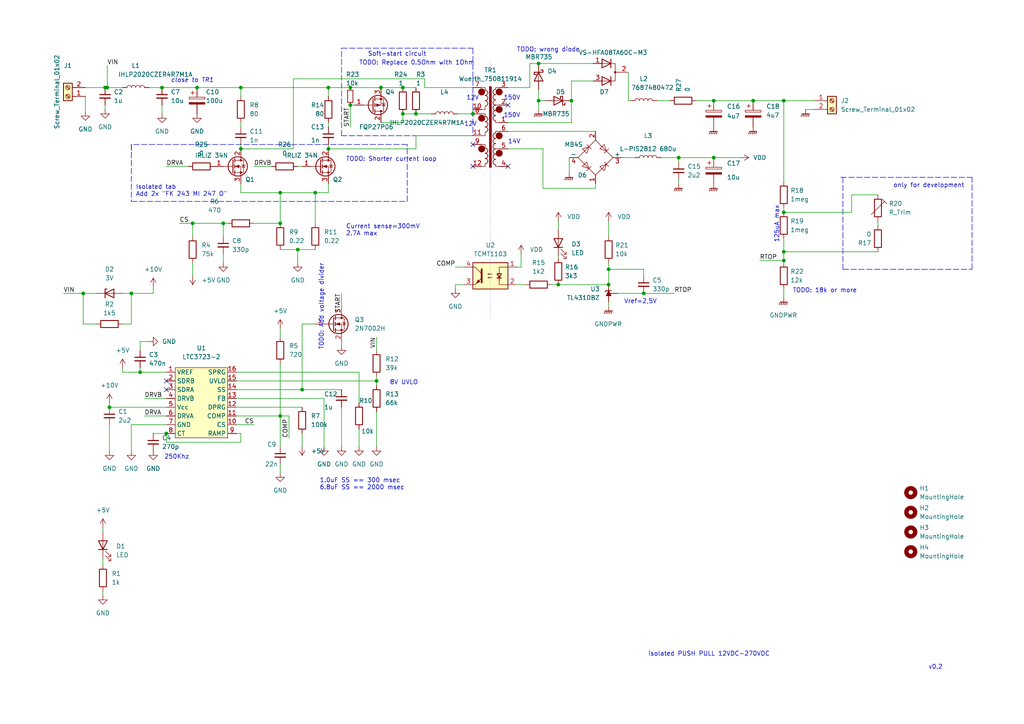
<source format=kicad_sch>
(kicad_sch (version 20211123) (generator eeschema)
  (paper "A4")
  (lib_symbols
    (symbol "750811914:Wuerth_750811914" (pin_names (offset 0))
      (property "Reference" "TR" (at 0 13.97 0))
      (property "Value" "Wuerth_750811914" (at 0 -11.43 0))
      (symbol "Wuerth_750811914_1_1"
        (pin passive line (at -5.08 2.54 0) (length 2.54) (name "~") (number "1"))
        (pin passive line (at 5.08 6.35 180) (length 2.54) (name "~") (number "10"))
        (pin passive line (at 5.08 -1.27 180) (length 2.54) (name "~") (number "11"))
        (pin passive line (at 5.08 -10.16 180) (length 2.54) (name "~") (number "12"))
        (pin passive line (at -5.08 7.62 0) (length 2.54) (name "~") (number "2"))
        (pin passive line (at -5.08 12.7 0) (length 2.54) (name "~") (number "3"))
        (pin passive line (at -5.08 -10.16 0) (length 2.54) (name "~") (number "4"))
        (pin passive line (at -5.08 -5.08 0) (length 2.54) (name "~") (number "5"))
        (pin passive line (at -5.08 0 0) (length 2.54) (name "~") (number "6"))
        (pin passive line (at 5.08 12.7 180) (length 2.54) (name "~") (number "7"))
        (pin passive line (at 5.08 5.08 180) (length 2.54) (name "~") (number "8"))
        (pin passive line (at 5.08 -3.81 180) (length 2.54) (name "~") (number "9"))
      )
    )
    (symbol "Connector:Screw_Terminal_01x02" (pin_names (offset 1.016) hide)
      (property "Reference" "J" (at 0 2.54 0))
      (property "Value" "Screw_Terminal_01x02" (at 0 -5.08 0))
      (symbol "Screw_Terminal_01x02_1_1"
        (pin passive line (at -5.08 0 0) (length 3.81) (name "Pin_1") (number "1"))
        (pin passive line (at -5.08 -2.54 0) (length 3.81) (name "Pin_2") (number "2"))
      )
    )
    (symbol "Device:C_Polarized" (pin_numbers hide) (pin_names (offset 0.254))
      (property "Reference" "C" (at 0.635 2.54 0))
      (property "Value" "C_Polarized" (at 0.635 -2.54 0))
      (symbol "C_Polarized_1_1"
        (pin passive line (at 0 3.81 270) (length 2.794) (name "~") (number "1"))
        (pin passive line (at 0 -3.81 90) (length 2.794) (name "~") (number "2"))
      )
    )
    (symbol "Device:C_Small" (pin_numbers hide) (pin_names (offset 0.254) hide)
      (property "Reference" "C" (at 0.254 1.778 0))
      (property "Value" "C_Small" (at 0.254 -2.032 0))
      (symbol "C_Small_1_1"
        (pin passive line (at 0 2.54 270) (length 2.032) (name "~") (number "1"))
        (pin passive line (at 0 -2.54 90) (length 2.032) (name "~") (number "2"))
      )
    )
    (symbol "Device:D_Dual_CommonCathode_AKA_Parallel" (pin_names (offset 0.762) hide)
      (property "Reference" "D" (at 0 5.08 0))
      (property "Value" "D_Dual_CommonCathode_AKA_Parallel" (at 0 -5.08 0))
      (symbol "D_Dual_CommonCathode_AKA_Parallel_0_1"
        (pin passive line (at -5.08 2.54 0) (length 2.54) (name "K") (number "1"))
        (pin passive line (at 5.08 0 180) (length 2.54) (name "A") (number "2"))
        (pin passive line (at -5.08 -2.54 0) (length 2.54) (name "K") (number "3"))
      )
    )
    (symbol "Device:D_Zener" (pin_numbers hide) (pin_names (offset 1.016) hide)
      (property "Reference" "D" (at 0 2.54 0))
      (property "Value" "D_Zener" (at 0 -2.54 0))
      (symbol "D_Zener_1_1"
        (pin passive line (at -3.81 0 0) (length 2.54) (name "K") (number "1"))
        (pin passive line (at 3.81 0 180) (length 2.54) (name "A") (number "2"))
      )
    )
    (symbol "Device:L" (pin_numbers hide) (pin_names (offset 1.016) hide)
      (property "Reference" "L" (at -1.27 0 90))
      (property "Value" "L" (at 1.905 0 90))
      (symbol "L_1_1"
        (pin passive line (at 0 3.81 270) (length 1.27) (name "1") (number "1"))
        (pin passive line (at 0 -3.81 90) (length 1.27) (name "2") (number "2"))
      )
    )
    (symbol "Device:LED" (pin_numbers hide) (pin_names (offset 1.016) hide)
      (property "Reference" "D" (at 0 2.54 0))
      (property "Value" "LED" (at 0 -2.54 0))
      (symbol "LED_1_1"
        (pin passive line (at -3.81 0 0) (length 2.54) (name "K") (number "1"))
        (pin passive line (at 3.81 0 180) (length 2.54) (name "A") (number "2"))
      )
    )
    (symbol "Device:R" (pin_numbers hide) (pin_names (offset 0))
      (property "Reference" "R" (at 2.032 0 90))
      (property "Value" "R" (at 0 0 90))
      (symbol "R_1_1"
        (pin passive line (at 0 3.81 270) (length 1.27) (name "~") (number "1"))
        (pin passive line (at 0 -3.81 90) (length 1.27) (name "~") (number "2"))
      )
    )
    (symbol "Device:R_Small" (pin_numbers hide) (pin_names (offset 0.254) hide)
      (property "Reference" "R" (at 0.762 0.508 0))
      (property "Value" "R_Small" (at 0.762 -1.016 0))
      (symbol "R_Small_1_1"
        (pin passive line (at 0 2.54 270) (length 0.762) (name "~") (number "1"))
        (pin passive line (at 0 -2.54 90) (length 0.762) (name "~") (number "2"))
      )
    )
    (symbol "Device:R_Trim" (pin_numbers hide) (pin_names (offset 0))
      (property "Reference" "R" (at 2.54 -2.54 90))
      (property "Value" "R_Trim" (at -2.54 -0.635 90))
      (symbol "R_Trim_1_1"
        (pin passive line (at 0 3.81 270) (length 1.27) (name "~") (number "1"))
        (pin passive line (at 0 -3.81 90) (length 1.27) (name "~") (number "2"))
      )
    )
    (symbol "Diode:MBR735" (pin_numbers hide) (pin_names (offset 1.016) hide)
      (property "Reference" "D" (at 0 2.54 0))
      (property "Value" "MBR735" (at 0 -2.54 0))
      (symbol "MBR735_1_1"
        (pin passive line (at -3.81 0 0) (length 2.54) (name "K") (number "1"))
        (pin passive line (at 3.81 0 180) (length 2.54) (name "A") (number "2"))
      )
    )
    (symbol "Diode_Bridge:MB4S" (pin_names (offset 0))
      (property "Reference" "D" (at 2.54 6.985 0))
      (property "Value" "MB4S" (at 2.54 5.08 0))
      (symbol "MB4S_1_1"
        (pin passive line (at 0 -7.62 90) (length 2.54) (name "~") (number "1"))
        (pin passive line (at 0 7.62 270) (length 2.54) (name "~") (number "2"))
        (pin passive line (at 7.62 0 180) (length 2.54) (name "+") (number "3"))
        (pin passive line (at -7.62 0 0) (length 2.54) (name "-") (number "4"))
      )
    )
    (symbol "Isolator:TCMT1104" (pin_names (offset 1.016))
      (property "Reference" "U" (at 0 5.08 0))
      (property "Value" "TCMT1104" (at 0 -5.08 0))
      (symbol "TCMT1104_1_1"
        (pin passive line (at -7.62 2.54 0) (length 2.54) (name "~") (number "1"))
        (pin passive line (at -7.62 -2.54 0) (length 2.54) (name "~") (number "2"))
        (pin passive line (at 7.62 -2.54 180) (length 2.54) (name "~") (number "3"))
        (pin passive line (at 7.62 2.54 180) (length 2.54) (name "~") (number "4"))
      )
    )
    (symbol "LTC3723:LTC3723-2"
      (property "Reference" "U" (at 0 0 0))
      (property "Value" "LTC3723-2" (at 0 22.86 0))
      (symbol "LTC3723-2_1_1"
        (pin input line (at -10.16 20.32 0) (length 2.54) (name "VREF") (number "1"))
        (pin input line (at 10.16 5.08 180) (length 2.54) (name "CS") (number "10"))
        (pin input line (at 10.16 7.62 180) (length 2.54) (name "COMP") (number "11"))
        (pin input line (at 10.16 10.16 180) (length 2.54) (name "DPRG") (number "12"))
        (pin input line (at 10.16 12.7 180) (length 2.54) (name "FB") (number "13"))
        (pin input line (at 10.16 15.24 180) (length 2.54) (name "SS") (number "14"))
        (pin input line (at 10.16 17.78 180) (length 2.54) (name "UVLO") (number "15"))
        (pin input line (at 10.16 20.32 180) (length 2.54) (name "SPRG") (number "16"))
        (pin output line (at -10.16 17.78 0) (length 2.54) (name "SDRB") (number "2"))
        (pin output line (at -10.16 15.24 0) (length 2.54) (name "SDRA") (number "3"))
        (pin output line (at -10.16 12.7 0) (length 2.54) (name "DRVB") (number "4"))
        (pin power_in line (at -10.16 10.16 0) (length 2.54) (name "Vcc") (number "5"))
        (pin output line (at -10.16 7.62 0) (length 2.54) (name "DRVA") (number "6"))
        (pin power_in line (at -10.16 5.08 0) (length 2.54) (name "GND") (number "7"))
        (pin bidirectional line (at -10.16 2.54 0) (length 2.54) (name "CT") (number "8"))
        (pin input line (at 10.16 2.54 180) (length 2.54) (name "RAMP") (number "9"))
      )
    )
    (symbol "Mechanical:MountingHole" (pin_names (offset 1.016))
      (property "Reference" "H" (at 0 5.08 0))
      (property "Value" "MountingHole" (at 0 3.175 0))
    )
    (symbol "Reference_Voltage:TL431DBZ" (pin_numbers hide) (pin_names hide)
      (property "Reference" "U" (at -2.54 2.54 0))
      (property "Value" "TL431DBZ" (at 0 -2.54 0))
      (symbol "TL431DBZ_1_1"
        (pin passive line (at 2.54 0 180) (length 2.54) (name "K") (number "1"))
        (pin passive line (at 0 2.54 270) (length 2.54) (name "REF") (number "2"))
        (pin passive line (at -2.54 0 0) (length 2.54) (name "A") (number "3"))
      )
    )
    (symbol "Transistor_FET:2N7002H" (pin_names hide)
      (property "Reference" "Q" (at 5.08 1.905 0))
      (property "Value" "2N7002H" (at 5.08 0 0))
      (symbol "2N7002H_1_1"
        (pin input line (at -5.08 0 0) (length 2.54) (name "G") (number "1"))
        (pin passive line (at 2.54 -5.08 90) (length 2.54) (name "S") (number "2"))
        (pin passive line (at 2.54 5.08 270) (length 2.54) (name "D") (number "3"))
      )
    )
    (symbol "Transistor_FET:FQP27P06" (pin_names hide)
      (property "Reference" "Q" (at 5.08 1.905 0))
      (property "Value" "FQP27P06" (at 5.08 0 0))
      (symbol "FQP27P06_1_1"
        (pin input line (at -5.08 0 0) (length 2.54) (name "G") (number "1"))
        (pin passive line (at 2.54 5.08 270) (length 2.54) (name "D") (number "2"))
        (pin passive line (at 2.54 -5.08 90) (length 2.54) (name "S") (number "3"))
      )
    )
    (symbol "Transistor_FET:IRF3205" (pin_names hide)
      (property "Reference" "Q" (at 6.35 1.905 0))
      (property "Value" "IRF3205" (at 6.35 0 0))
      (symbol "IRF3205_1_1"
        (pin input line (at -5.08 0 0) (length 2.54) (name "G") (number "1"))
        (pin passive line (at 2.54 5.08 270) (length 2.54) (name "D") (number "2"))
        (pin passive line (at 2.54 -5.08 90) (length 2.54) (name "S") (number "3"))
      )
    )
    (symbol "power:+10V" (power) (pin_names (offset 0))
      (property "Value" "+10V" (at 0 3.556 0))
      (symbol "+10V_1_1"
        (pin power_in line (at 0 0 90) (length 0) hide (name "+10V") (number "1"))
      )
    )
    (symbol "power:+5V" (power) (pin_names (offset 0))
      (property "Value" "+5V" (at 0 3.556 0))
      (symbol "+5V_1_1"
        (pin power_in line (at 0 0 90) (length 0) hide (name "+5V") (number "1"))
      )
    )
    (symbol "power:GND" (power) (pin_names (offset 0))
      (property "Value" "GND" (at 0 -3.81 0))
      (symbol "GND_1_1"
        (pin power_in line (at 0 0 270) (length 0) hide (name "GND") (number "1"))
      )
    )
    (symbol "power:GNDPWR" (power) (pin_names (offset 0))
      (property "Value" "GNDPWR" (at 0 -3.302 0))
      (symbol "GNDPWR_1_1"
        (pin power_in line (at 0 0 270) (length 0) hide (name "GNDPWR") (number "1"))
      )
    )
    (symbol "power:VDD" (power) (pin_names (offset 0))
      (property "Value" "VDD" (at 0 3.81 0))
      (symbol "VDD_1_1"
        (pin power_in line (at 0 0 90) (length 0) hide (name "VDD") (number "1"))
      )
    )
  )
  (junction (at 176.53 82.55))
  (junction (at 176.53 78.105))
  (junction (at 86.36 72.39))
  (junction (at 95.25 43.18))
  (junction (at 31.75 118.11))
  (junction (at 38.1 85.09))
  (junction (at 227.33 61.595))
  (junction (at 186.69 85.09))
  (junction (at 69.85 43.18))
  (junction (at 109.22 110.49))
  (junction (at 31.115 25.4))
  (junction (at 196.85 45.72))
  (junction (at 218.44 29.21))
  (junction (at 55.88 64.77))
  (junction (at 81.28 64.77))
  (junction (at 101.6 30.48))
  (junction (at 81.28 120.65))
  (junction (at 101.6 25.4))
  (junction (at 137.16 33.02))
  (junction (at 207.01 29.21))
  (junction (at 57.15 25.4))
  (junction (at 120.65 33.02))
  (junction (at 81.28 55.88))
  (junction (at 95.25 25.4))
  (junction (at 116.84 25.4))
  (junction (at 46.99 25.4))
  (junction (at 48.26 125.73))
  (junction (at 69.85 25.4))
  (junction (at 227.33 75.565))
  (junction (at 87.63 113.03))
  (junction (at 156.21 18.415))
  (junction (at 110.49 25.4))
  (junction (at 207.01 45.72))
  (junction (at 165.735 29.21))
  (junction (at 156.21 29.21))
  (junction (at 30.48 25.4))
  (junction (at 227.33 29.21))
  (junction (at 64.77 64.77))
  (junction (at 40.64 107.95))
  (junction (at 91.44 55.88))
  (junction (at 24.13 85.09))
  (junction (at 116.84 33.02))
  (junction (at 161.925 82.55))
  (junction (at 227.33 73.025))
  (no_connect (at 147.32 48.26))
  (no_connect (at 48.26 113.03))
  (no_connect (at 137.16 41.91))
  (no_connect (at 48.26 110.49))
  (no_connect (at 137.16 48.26))
  (no_connect (at 147.32 30.48))
  (wire (pts (xy 24.13 93.98) (xy 24.13 85.09)))
  (wire (pts (xy 137.16 31.75) (xy 137.16 33.02)))
  (wire (pts (xy 247.015 56.515) (xy 247.015 61.595)))
  (wire (pts (xy 41.91 120.65) (xy 48.26 120.65)))
  (wire (pts (xy 104.14 124.46) (xy 104.14 129.54)))
  (wire (pts (xy 196.85 45.72) (xy 207.01 45.72)))
  (wire (pts (xy 87.63 113.03) (xy 99.06 113.03)))
  (wire (pts (xy 176.53 87.63) (xy 176.53 88.9)))
  (wire (pts (xy 172.72 54.61) (xy 157.48 54.61)))
  (wire (pts (xy 81.28 72.39) (xy 86.36 72.39)))
  (wire (pts (xy 24.765 25.4) (xy 30.48 25.4)))
  (wire (pts (xy 134.62 82.55) (xy 132.08 82.55)))
  (wire (pts (xy 83.82 120.65) (xy 83.82 127)))
  (wire (pts (xy 227.33 60.325) (xy 227.33 61.595)))
  (wire (pts (xy 46.99 30.48) (xy 46.99 33.02)))
  (wire (pts (xy 81.28 120.65) (xy 81.28 105.41)))
  (wire (pts (xy 120.65 33.02) (xy 125.095 33.02)))
  (wire (pts (xy 29.845 171.45) (xy 29.845 172.72)))
  (wire (pts (xy 68.58 118.11) (xy 87.63 118.11)))
  (polyline (pts (xy 118.11 41.91) (xy 38.1 41.91)))
  (wire (pts (xy 87.63 125.73) (xy 87.63 129.54)))
  (wire (pts (xy 132.715 33.02) (xy 137.16 33.02)))
  (wire (pts (xy 52.07 64.77) (xy 55.88 64.77)))
  (wire (pts (xy 101.6 25.4) (xy 95.25 25.4)))
  (wire (pts (xy 64.77 73.66) (xy 64.77 76.2)))
  (wire (pts (xy 55.88 64.77) (xy 55.88 68.58)))
  (wire (pts (xy 35.56 93.98) (xy 38.1 93.98)))
  (wire (pts (xy 109.22 110.49) (xy 109.22 109.22)))
  (wire (pts (xy 57.15 25.4) (xy 69.85 25.4)))
  (wire (pts (xy 101.6 30.48) (xy 102.87 30.48)))
  (wire (pts (xy 227.33 83.82) (xy 227.33 86.36)))
  (wire (pts (xy 91.44 55.88) (xy 95.25 55.88)))
  (wire (pts (xy 160.02 82.55) (xy 161.925 82.55)))
  (wire (pts (xy 81.28 120.65) (xy 81.28 129.54)))
  (wire (pts (xy 132.08 82.55) (xy 132.08 83.82)))
  (wire (pts (xy 186.69 85.09) (xy 195.58 85.09)))
  (wire (pts (xy 172.72 53.34) (xy 172.72 54.61)))
  (wire (pts (xy 85.09 22.86) (xy 123.19 22.86)))
  (wire (pts (xy 132.08 77.47) (xy 134.62 77.47)))
  (wire (pts (xy 48.26 107.95) (xy 40.64 107.95)))
  (wire (pts (xy 109.22 110.49) (xy 109.22 111.76)))
  (wire (pts (xy 156.21 29.21) (xy 156.21 31.75)))
  (wire (pts (xy 156.21 29.21) (xy 158.115 29.21)))
  (wire (pts (xy 161.925 74.295) (xy 161.925 74.93)))
  (wire (pts (xy 165.735 23.495) (xy 165.735 29.21)))
  (wire (pts (xy 44.45 85.09) (xy 44.45 83.185)))
  (polyline (pts (xy 137.16 13.97) (xy 137.16 39.37)))
  (wire (pts (xy 227.33 73.025) (xy 254.635 73.025)))
  (wire (pts (xy 182.245 29.21) (xy 182.88 29.21)))
  (wire (pts (xy 147.32 25.4) (xy 153.67 25.4)))
  (wire (pts (xy 207.01 45.72) (xy 214.63 45.72)))
  (wire (pts (xy 95.25 35.56) (xy 95.25 36.83)))
  (wire (pts (xy 69.85 35.56) (xy 69.85 36.83)))
  (wire (pts (xy 86.36 48.26) (xy 87.63 48.26)))
  (wire (pts (xy 196.85 52.07) (xy 196.85 53.34)))
  (wire (pts (xy 227.33 73.025) (xy 227.33 75.565)))
  (wire (pts (xy 31.75 118.11) (xy 48.26 118.11)))
  (wire (pts (xy 179.07 85.09) (xy 186.69 85.09)))
  (wire (pts (xy 172.085 18.415) (xy 156.21 18.415)))
  (wire (pts (xy 69.85 25.4) (xy 69.85 27.94)))
  (wire (pts (xy 123.19 25.4) (xy 123.19 22.86)))
  (wire (pts (xy 201.93 29.21) (xy 207.01 29.21)))
  (wire (pts (xy 161.925 64.135) (xy 161.925 66.675)))
  (polyline (pts (xy 99.06 39.37) (xy 99.06 13.97)))
  (wire (pts (xy 227.33 75.565) (xy 227.33 76.2)))
  (wire (pts (xy 68.58 123.19) (xy 73.66 123.19)))
  (polyline (pts (xy 244.475 51.435) (xy 244.475 78.105)))
  (wire (pts (xy 86.36 72.39) (xy 86.36 76.2)))
  (wire (pts (xy 38.1 123.19) (xy 38.1 130.81)))
  (wire (pts (xy 43.18 99.06) (xy 40.64 99.06)))
  (wire (pts (xy 91.44 55.88) (xy 91.44 64.77)))
  (wire (pts (xy 165.1 45.72) (xy 165.1 50.165)))
  (wire (pts (xy 68.58 125.73) (xy 69.85 125.73)))
  (wire (pts (xy 147.32 35.56) (xy 165.735 35.56)))
  (wire (pts (xy 48.26 123.19) (xy 38.1 123.19)))
  (wire (pts (xy 151.13 73.66) (xy 151.13 77.47)))
  (wire (pts (xy 31.75 123.19) (xy 31.75 130.81)))
  (wire (pts (xy 186.69 80.01) (xy 186.69 78.105)))
  (wire (pts (xy 27.94 93.98) (xy 24.13 93.98)))
  (wire (pts (xy 218.44 29.21) (xy 227.33 29.21)))
  (polyline (pts (xy 38.1 41.91) (xy 38.1 44.45)))
  (wire (pts (xy 165.735 29.21) (xy 165.735 35.56)))
  (polyline (pts (xy 281.94 78.105) (xy 281.94 51.435)))
  (wire (pts (xy 104.14 107.95) (xy 104.14 116.84)))
  (wire (pts (xy 227.33 29.21) (xy 236.22 29.21)))
  (wire (pts (xy 149.86 77.47) (xy 151.13 77.47)))
  (wire (pts (xy 46.99 25.4) (xy 57.15 25.4)))
  (wire (pts (xy 101.6 30.48) (xy 101.6 36.83)))
  (wire (pts (xy 157.48 43.18) (xy 157.48 54.61)))
  (wire (pts (xy 31.115 25.4) (xy 35.56 25.4)))
  (wire (pts (xy 156.21 18.415) (xy 153.67 18.415)))
  (wire (pts (xy 93.98 115.57) (xy 93.98 129.54)))
  (wire (pts (xy 186.69 78.105) (xy 176.53 78.105)))
  (wire (pts (xy 68.58 113.03) (xy 87.63 113.03)))
  (wire (pts (xy 86.36 72.39) (xy 91.44 72.39)))
  (wire (pts (xy 153.67 18.415) (xy 153.67 25.4)))
  (wire (pts (xy 109.22 119.38) (xy 109.22 129.54)))
  (wire (pts (xy 161.925 82.55) (xy 176.53 82.55)))
  (wire (pts (xy 69.85 125.73) (xy 69.85 128.27)))
  (wire (pts (xy 110.49 25.4) (xy 116.84 25.4)))
  (wire (pts (xy 247.015 56.515) (xy 254.635 56.515)))
  (wire (pts (xy 81.28 55.88) (xy 91.44 55.88)))
  (wire (pts (xy 110.49 35.56) (xy 116.84 35.56)))
  (wire (pts (xy 29.845 153.035) (xy 29.845 154.305)))
  (wire (pts (xy 149.86 82.55) (xy 152.4 82.55)))
  (wire (pts (xy 35.56 85.09) (xy 38.1 85.09)))
  (wire (pts (xy 24.13 85.09) (xy 27.94 85.09)))
  (wire (pts (xy 147.32 43.18) (xy 157.48 43.18)))
  (wire (pts (xy 81.28 55.88) (xy 81.28 64.77)))
  (polyline (pts (xy 38.1 58.42) (xy 118.11 58.42)))
  (wire (pts (xy 18.415 85.09) (xy 24.13 85.09)))
  (wire (pts (xy 99.06 85.09) (xy 99.06 88.9)))
  (wire (pts (xy 68.58 107.95) (xy 104.14 107.95)))
  (wire (pts (xy 48.26 128.27) (xy 48.26 125.73)))
  (wire (pts (xy 227.33 61.595) (xy 247.015 61.595)))
  (polyline (pts (xy 99.06 13.97) (xy 137.16 13.97)))
  (wire (pts (xy 156.21 26.035) (xy 156.21 29.21)))
  (wire (pts (xy 137.16 39.37) (xy 120.65 39.37)))
  (wire (pts (xy 190.5 29.21) (xy 194.31 29.21)))
  (wire (pts (xy 69.85 55.88) (xy 69.85 53.34)))
  (wire (pts (xy 73.66 48.26) (xy 78.74 48.26)))
  (polyline (pts (xy 243.84 51.435) (xy 281.94 51.435)))
  (wire (pts (xy 66.04 64.77) (xy 64.77 64.77)))
  (wire (pts (xy 227.33 73.025) (xy 227.33 69.215)))
  (wire (pts (xy 40.64 107.95) (xy 35.56 107.95)))
  (wire (pts (xy 73.66 64.77) (xy 81.28 64.77)))
  (wire (pts (xy 40.64 107.95) (xy 40.64 106.68)))
  (wire (pts (xy 68.58 115.57) (xy 93.98 115.57)))
  (wire (pts (xy 227.33 29.21) (xy 227.33 52.705)))
  (wire (pts (xy 69.85 41.91) (xy 69.85 43.18)))
  (wire (pts (xy 68.58 120.65) (xy 81.28 120.65)))
  (wire (pts (xy 196.85 45.72) (xy 196.85 46.99)))
  (wire (pts (xy 116.84 33.02) (xy 120.65 33.02)))
  (wire (pts (xy 40.64 99.06) (xy 40.64 101.6)))
  (wire (pts (xy 147.32 38.1) (xy 172.72 38.1)))
  (wire (pts (xy 95.25 55.88) (xy 95.25 53.34)))
  (polyline (pts (xy 137.16 39.37) (xy 99.06 39.37)))
  (polyline (pts (xy 244.475 78.105) (xy 281.94 78.105)))
  (wire (pts (xy 29.845 161.925) (xy 29.845 163.83)))
  (polyline (pts (xy 38.1 41.91) (xy 38.1 58.42)))
  (wire (pts (xy 176.53 64.135) (xy 176.53 68.58)))
  (wire (pts (xy 41.91 115.57) (xy 48.26 115.57)))
  (wire (pts (xy 38.1 93.98) (xy 38.1 85.09)))
  (wire (pts (xy 64.77 64.77) (xy 64.77 68.58)))
  (wire (pts (xy 81.28 134.62) (xy 81.28 137.16)))
  (wire (pts (xy 31.75 116.84) (xy 31.75 118.11)))
  (wire (pts (xy 95.25 41.91) (xy 95.25 43.18)))
  (wire (pts (xy 191.77 45.72) (xy 196.85 45.72)))
  (wire (pts (xy 85.09 22.86) (xy 85.09 43.18)))
  (wire (pts (xy 120.65 39.37) (xy 120.65 43.18)))
  (wire (pts (xy 182.245 20.955) (xy 182.245 29.21)))
  (wire (pts (xy 110.49 25.4) (xy 101.6 25.4)))
  (wire (pts (xy 176.53 78.105) (xy 176.53 82.55)))
  (wire (pts (xy 95.25 25.4) (xy 95.25 27.94)))
  (wire (pts (xy 31.115 19.05) (xy 31.115 25.4)))
  (wire (pts (xy 44.45 125.73) (xy 48.26 125.73)))
  (wire (pts (xy 24.765 27.94) (xy 24.765 32.385)))
  (wire (pts (xy 68.58 110.49) (xy 109.22 110.49)))
  (wire (pts (xy 48.26 48.26) (xy 54.61 48.26)))
  (wire (pts (xy 38.1 85.09) (xy 44.45 85.09)))
  (wire (pts (xy 172.085 23.495) (xy 165.735 23.495)))
  (wire (pts (xy 30.48 25.4) (xy 31.115 25.4)))
  (wire (pts (xy 99.06 99.06) (xy 99.06 100.33)))
  (wire (pts (xy 43.18 25.4) (xy 46.99 25.4)))
  (wire (pts (xy 233.68 31.75) (xy 236.22 31.75)))
  (wire (pts (xy 69.85 55.88) (xy 81.28 55.88)))
  (wire (pts (xy 95.25 43.18) (xy 120.65 43.18)))
  (wire (pts (xy 254.635 64.135) (xy 254.635 65.405)))
  (wire (pts (xy 69.85 43.18) (xy 85.09 43.18)))
  (wire (pts (xy 176.53 76.2) (xy 176.53 78.105)))
  (wire (pts (xy 116.84 25.4) (xy 120.65 25.4)))
  (wire (pts (xy 180.34 45.72) (xy 184.15 45.72)))
  (wire (pts (xy 69.85 128.27) (xy 48.26 128.27)))
  (wire (pts (xy 116.84 35.56) (xy 116.84 33.02)))
  (wire (pts (xy 220.345 75.565) (xy 227.33 75.565)))
  (wire (pts (xy 87.63 93.98) (xy 87.63 113.03)))
  (wire (pts (xy 81.28 95.25) (xy 81.28 97.79)))
  (wire (pts (xy 99.06 118.11) (xy 99.06 129.54)))
  (polyline (pts (xy 118.11 58.42) (xy 118.11 41.91)))
  (wire (pts (xy 55.88 64.77) (xy 64.77 64.77)))
  (wire (pts (xy 109.22 97.79) (xy 109.22 101.6)))
  (wire (pts (xy 137.16 25.4) (xy 123.19 25.4)))
  (wire (pts (xy 91.44 93.98) (xy 87.63 93.98)))
  (polyline (pts (xy 142.24 17.78) (xy 142.24 92.71)) (stroke (width 0.1) (type dot)))
  (wire (pts (xy 81.28 120.65) (xy 83.82 120.65)))
  (wire (pts (xy 55.88 76.2) (xy 55.88 80.01)))
  (wire (pts (xy 207.01 29.21) (xy 218.44 29.21)))
  (wire (pts (xy 30.48 30.48) (xy 30.48 31.75)))
  (wire (pts (xy 35.56 107.95) (xy 35.56 106.68)))
  (wire (pts (xy 69.85 25.4) (xy 95.25 25.4)))
  (text "12V" (at 134.62 36.83 0) (effects (font (size 1.27 1.27)) (justify left bottom)))
  (text "TODO: 18k or more" (at 229.87 85.09 0) (effects (font (size 1.27 1.27)) (justify left bottom)))
  (text "Isolated tab\nAdd 2x \"FK 243 MI 247 O\"" (at 39.37 57.15 0) (effects (font (size 1.27 1.27)) (justify left bottom)))
  (text "TODO: Add voltage divider" (at 93.98 101.6 90) (effects (font (size 1.27 1.27)) (justify left bottom)))
  (text "150V" (at 146.05 29.21 0) (effects (font (size 1.27 1.27)) (justify left bottom)))
  (text "only for development" (at 259.08 54.61 0) (effects (font (size 1.27 1.27)) (justify left bottom)))
  (text "250Khz" (at 47.625 133.35 0) (effects (font (size 1.27 1.27)) (justify left bottom)))
  (text "TODO: Shorter current loop" (at 100.33 46.99 0) (effects (font (size 1.27 1.27)) (justify left bottom)))
  (text "1.0uF SS == 300 msec\n6.8uF SS == 2000 msec" (at 92.71 142.24 0) (effects (font (size 1.27 1.27)) (justify left bottom)))
  (text "Soft-start circuit" (at 106.68 16.51 0) (effects (font (size 1.27 1.27)) (justify left bottom)))
  (text "Vref=2,5V" (at 180.975 88.265 0) (effects (font (size 1.27 1.27)) (justify left bottom)))
  (text "8V UVLO" (at 113.03 111.76 0) (effects (font (size 1.27 1.27)) (justify left bottom)))
  (text "150V" (at 146.05 34.29 0) (effects (font (size 1.27 1.27)) (justify left bottom)))
  (text "close to TR1" (at 49.53 24.13 0) (effects (font (size 1.27 1.27) italic) (justify left bottom)))
  (text "TODO: Replace 0.5Ohm with 1Ohm" (at 104.14 19.05 0) (effects (font (size 1.27 1.27)) (justify left bottom)))
  (text "v0.2" (at 269.24 194.31 0) (effects (font (size 1.27 1.27)) (justify left bottom)))
  (text "125uA max" (at 226.06 70.485 90) (effects (font (size 1.27 1.27)) (justify left bottom)))
  (text "12V" (at 135.255 29.21 0) (effects (font (size 1.27 1.27)) (justify left bottom)))
  (text "TODO: wrong diode" (at 149.86 15.24 0) (effects (font (size 1.27 1.27)) (justify left bottom)))
  (text "Current sense=300mV\n2.7A max" (at 100.33 68.58 0) (effects (font (size 1.27 1.27)) (justify left bottom)))
  (text "isolated PUSH PULL 12VDC-270VDC" (at 187.96 190.5 0) (effects (font (size 1.27 1.27)) (justify left bottom)))
  (text "14V" (at 147.32 41.91 0) (effects (font (size 1.27 1.27)) (justify left bottom)))
  (label "VIN" (at 31.115 19.05 0))
  (label "DRVA" (at 48.26 48.26 0))
  (label "CS" (at 73.66 123.19 180))
  (label "RTOP" (at 220.345 75.565 0))
  (label "COMP" (at 83.82 127 90))
  (label "DRVA" (at 41.91 120.65 0))
  (label "START" (at 99.06 85.09 270))
  (label "VIN" (at 109.22 97.79 270))
  (label "RTOP" (at 195.58 85.09 0))
  (label "COMP" (at 132.08 77.47 180))
  (label "CS" (at 52.07 64.77 0))
  (label "DRVB" (at 41.91 115.57 0))
  (label "DRVB" (at 73.66 48.26 0))
  (label "VIN" (at 18.415 85.09 0))
  (label "START" (at 101.6 36.83 90))
  (symbol (lib_id "Device:R") (at 95.25 31.75 0) (unit 1)
    (property "Reference" "R14" (at 90.17 30.48 0) (effects (justify left)))
    (property "Value" "80" (at 91.44 33.02 0) (effects (justify left)))
    (property "Footprint" "Resistor_SMD:R_1206_3216Metric_Pad1.30x1.75mm_HandSolder" (effects hide))
  )
  (symbol (lib_id "Device:D_Dual_CommonCathode_AKA_Parallel") (at 177.165 20.955 0) (unit 1)
    (property "Reference" "D7" (at 175.26 26.67 0))
    (property "Value" "VS-HFA08TA60C-M3" (at 177.8 15.24 0))
    (property "Footprint" "Package_TO_SOT_THT:TO-220-3_Vertical" (effects hide))
  )
  (symbol (lib_id "Device:R_Trim") (at 254.635 60.325 0) (unit 1)
    (property "Reference" "R20" (at 257.81 59.0549 0) (effects (justify left)))
    (property "Value" "R_Trim" (at 257.81 61.5949 0) (effects (justify left)))
    (property "Footprint" "Potentiometer_THT:Potentiometer_Bourns_3386C_Horizontal" (effects hide))
  )
  (symbol (lib_id "power:GND") (at 99.06 100.33 0) (unit 1)
    (property "Reference" "#PWR0107" (effects hide))
    (property "Value" "GND" (at 99.06 105.41 0))
  )
  (symbol (lib_id "power:GND") (at 30.48 31.75 0) (unit 1)
    (property "Reference" "#PWR0119" (effects hide))
    (property "Value" "GND" (at 30.48 36.83 0))
  )
  (symbol (lib_id "power:+5V") (at 81.28 95.25 0) (unit 1)
    (property "Reference" "#PWR0121" (effects hide))
    (property "Value" "+5V" (at 81.28 90.17 0))
  )
  (symbol (lib_id "power:GND") (at 132.08 83.82 0) (unit 1)
    (property "Reference" "#PWR0128" (effects hide))
    (property "Value" "GND" (at 132.08 88.9 0))
  )
  (symbol (lib_id "Device:D_Zener") (at 31.75 85.09 0) (unit 1)
    (property "Reference" "D2" (at 31.75 78.105 0))
    (property "Value" "3V" (at 31.75 80.645 0))
    (property "Footprint" "Diode_THT:D_DO-34_SOD68_P2.54mm_Vertical_KathodeUp" (effects hide))
  )
  (symbol (lib_id "power:GNDPWR") (at 233.68 31.75 0) (unit 1)
    (property "Reference" "#PWR0133" (effects hide))
    (property "Value" "GNDPWR" (effects hide))
  )
  (symbol (lib_id "power:GNDPWR") (at 165.1 50.165 0) (unit 1)
    (property "Reference" "#PWR0126" (effects hide))
    (property "Value" "GNDPWR" (effects hide))
  )
  (symbol (lib_id "power:GND") (at 31.75 130.81 0) (unit 1)
    (property "Reference" "#PWR0117" (effects hide))
    (property "Value" "GND" (at 31.75 135.89 0))
  )
  (symbol (lib_id "power:GNDPWR") (at 196.85 53.34 0) (unit 1)
    (property "Reference" "#PWR0124" (effects hide))
    (property "Value" "GNDPWR" (effects hide))
  )
  (symbol (lib_id "Transistor_FET:IRF3205") (at 67.31 48.26 0) (unit 1)
    (property "Reference" "Q1" (at 71.12 52.07 0) (effects (justify left)))
    (property "Value" " IRLIZ 34N" (at 56.515 45.085 0) (effects (justify left)))
    (property "Footprint" "Package_TO_SOT_THT:TO-220-3_Vertical" (effects hide))
    (property "Datasheet" "http://www.irf.com/product-info/datasheets/data/irf3205.pdf" (effects hide))
  )
  (symbol (lib_id "Device:R") (at 198.12 29.21 90) (unit 1)
    (property "Reference" "R27" (at 196.8499 26.67 0) (effects (justify left)))
    (property "Value" "0" (at 199.3899 26.67 0) (effects (justify left)))
    (property "Footprint" "Resistor_SMD:R_1206_3216Metric_Pad1.30x1.75mm_HandSolder" (effects hide))
  )
  (symbol (lib_id "Device:C_Small") (at 95.25 39.37 0) (unit 1)
    (property "Reference" "C13" (at 90.17 36.83 0) (effects (justify left)))
    (property "Value" "1n" (at 90.17 40.64 0) (effects (justify left)))
    (property "Footprint" "Capacitor_SMD:C_0805_2012Metric_Pad1.18x1.45mm_HandSolder" (effects hide))
  )
  (symbol (lib_id "power:GND") (at 57.15 33.02 0) (unit 1)
    (property "Reference" "#PWR0108" (effects hide))
    (property "Value" "GND" (at 57.15 38.1 0))
  )
  (symbol (lib_id "Device:R") (at 104.14 120.65 180) (unit 1)
    (property "Reference" "R10" (at 104.14 116.205 0) (effects (justify right)))
    (property "Value" "10k" (at 104.775 125.095 0) (effects (justify right)))
    (property "Footprint" "Resistor_SMD:R_0805_2012Metric_Pad1.20x1.40mm_HandSolder" (effects hide))
  )
  (symbol (lib_id "Device:R") (at 81.28 101.6 180) (unit 1)
    (property "Reference" "R5" (at 83.82 100.3299 0) (effects (justify right)))
    (property "Value" "720" (at 83.82 102.8699 0) (effects (justify right)))
    (property "Footprint" "Resistor_SMD:R_0805_2012Metric_Pad1.20x1.40mm_HandSolder" (effects hide))
  )
  (symbol (lib_id "power:GND") (at 109.22 129.54 0) (unit 1)
    (property "Reference" "#PWR0103" (effects hide))
    (property "Value" "GND" (at 109.22 134.62 0))
  )
  (symbol (lib_id "Transistor_FET:IRF3205") (at 92.71 48.26 0) (unit 1)
    (property "Reference" "Q2" (at 96.52 52.07 0) (effects (justify left)))
    (property "Value" " IRLIZ 34N" (at 82.55 45.085 0) (effects (justify left)))
    (property "Footprint" "Package_TO_SOT_THT:TO-220-3_Vertical" (effects hide))
    (property "Datasheet" "http://www.irf.com/product-info/datasheets/data/irf3205.pdf" (effects hide))
  )
  (symbol (lib_id "Device:R") (at 161.925 78.74 180) (unit 1)
    (property "Reference" "R16" (at 163.83 77.4699 0) (effects (justify right)))
    (property "Value" "3k3" (at 163.83 80.0099 0) (effects (justify right)))
    (property "Footprint" "Resistor_SMD:R_0805_2012Metric_Pad1.20x1.40mm_HandSolder" (effects hide))
  )
  (symbol (lib_id "power:GND") (at 46.99 33.02 0) (unit 1)
    (property "Reference" "#PWR0118" (effects hide))
    (property "Value" "GND" (at 46.99 38.1 0))
  )
  (symbol (lib_id "power:+5V") (at 87.63 129.54 180) (unit 1)
    (property "Reference" "#PWR0105" (effects hide))
    (property "Value" "+5V" (at 90.17 130.8099 0) (effects (justify right)))
  )
  (symbol (lib_id "power:+5V") (at 29.845 153.035 0) (unit 1)
    (property "Reference" "#PWR0110" (effects hide))
    (property "Value" "+5V" (at 29.845 147.955 0))
  )
  (symbol (lib_id "Reference_Voltage:TL431DBZ") (at 176.53 85.09 270) (mirror x) (unit 1)
    (property "Reference" "U3" (at 173.99 83.8199 90) (effects (justify right)))
    (property "Value" "TL431DBZ" (at 173.99 86.3599 90) (effects (justify right)))
    (property "Footprint" "Package_TO_SOT_SMD:SOT-23" (effects hide))
    (property "Datasheet" "http://www.ti.com/lit/ds/symlink/tl431.pdf" (effects hide))
  )
  (symbol (lib_id "Device:C_Small") (at 64.77 71.12 0) (unit 1)
    (property "Reference" "C8" (at 67.31 69.8562 0) (effects (justify left)))
    (property "Value" "330p" (at 67.31 72.3962 0) (effects (justify left)))
    (property "Footprint" "Capacitor_SMD:C_0603_1608Metric_Pad1.08x0.95mm_HandSolder" (effects hide))
  )
  (symbol (lib_id "power:GND") (at 93.98 129.54 0) (unit 1)
    (property "Reference" "#PWR0104" (effects hide))
    (property "Value" "GND" (at 93.98 134.62 0))
  )
  (symbol (lib_id "power:GND") (at 86.36 76.2 0) (unit 1)
    (property "Reference" "#PWR0120" (effects hide))
    (property "Value" "GND" (at 86.36 81.28 0))
  )
  (symbol (lib_id "Diode:MBR735") (at 161.925 29.21 180) (unit 1)
    (property "Reference" "D5" (at 162.56 26.67 0))
    (property "Value" "MBR735" (at 161.29 33.02 0))
    (property "Footprint" "Package_TO_SOT_THT:TO-220-2_Vertical" (effects hide))
    (property "Datasheet" "http://www.onsemi.com/pub_link/Collateral/MBR735-D.PDF" (effects hide))
  )
  (symbol (lib_id "Diode_Bridge:MB4S") (at 172.72 45.72 0) (unit 1)
    (property "Reference" "D6" (at 168.91 50.8 0))
    (property "Value" "MB4S" (at 166.37 41.91 0))
    (property "Footprint" "Package_TO_SOT_SMD:TO-269AA" (effects hide))
    (property "Datasheet" "http://www.vishay.com/docs/88661/mb2s.pdf" (effects hide))
  )
  (symbol (lib_id "Device:R") (at 69.85 31.75 0) (unit 1)
    (property "Reference" "R8" (at 72.39 30.4799 0) (effects (justify left)))
    (property "Value" "80" (at 72.39 33.0199 0) (effects (justify left)))
    (property "Footprint" "Resistor_SMD:R_1206_3216Metric_Pad1.30x1.75mm_HandSolder" (effects hide))
  )
  (symbol (lib_id "Device:C_Small") (at 30.48 27.94 0) (unit 1)
    (property "Reference" "C2" (at 33.02 26.6762 0) (effects (justify left)))
    (property "Value" "1u" (at 33.02 29.2162 0) (effects (justify left)))
    (property "Footprint" "Capacitor_SMD:C_1210_3225Metric_Pad1.33x2.70mm_HandSolder" (effects hide))
  )
  (symbol (lib_id "Device:R") (at 55.88 72.39 180) (unit 1)
    (property "Reference" "R4" (at 58.42 71.1199 0) (effects (justify right)))
    (property "Value" "75k" (at 58.42 73.6599 0) (effects (justify right)))
    (property "Footprint" "Resistor_SMD:R_0805_2012Metric_Pad1.20x1.40mm_HandSolder" (effects hide))
  )
  (symbol (lib_id "Device:C_Small") (at 81.28 132.08 0) (unit 1)
    (property "Reference" "C9" (at 77.47 128.905 0) (effects (justify left)))
    (property "Value" "22n" (at 76.835 134.62 0) (effects (justify left)))
    (property "Footprint" "Capacitor_SMD:C_0603_1608Metric_Pad1.08x0.95mm_HandSolder" (effects hide))
  )
  (symbol (lib_id "Device:R") (at 31.75 93.98 90) (unit 1)
    (property "Reference" "R2" (at 31.75 88.265 90))
    (property "Value" "1k5" (at 31.75 90.805 90))
    (property "Footprint" "Resistor_SMD:R_0805_2012Metric_Pad1.20x1.40mm_HandSolder" (effects hide))
  )
  (symbol (lib_id "power:GND") (at 44.45 130.81 0) (unit 1)
    (property "Reference" "#PWR0115" (effects hide))
    (property "Value" "GND" (at 44.45 135.89 0))
  )
  (symbol (lib_id "Device:R") (at 156.21 82.55 90) (unit 1)
    (property "Reference" "R15" (at 156.21 76.2 90))
    (property "Value" "1k2" (at 156.21 78.74 90))
    (property "Footprint" "Resistor_SMD:R_0805_2012Metric_Pad1.20x1.40mm_HandSolder" (effects hide))
  )
  (symbol (lib_id "Device:C_Small") (at 44.45 128.27 0) (unit 1)
    (property "Reference" "C4" (at 46.99 127.0062 0) (effects (justify left)))
    (property "Value" "270p" (at 46.99 129.5462 0) (effects (justify left)))
    (property "Footprint" "Capacitor_SMD:C_0603_1608Metric_Pad1.08x0.95mm_HandSolder" (effects hide))
  )
  (symbol (lib_id "power:GNDPWR") (at 227.33 86.36 0) (unit 1)
    (property "Reference" "#PWR0136" (effects hide))
    (property "Value" "GNDPWR" (at 227.203 91.44 0))
  )
  (symbol (lib_id "power:+5V") (at 55.88 80.01 180) (unit 1)
    (property "Reference" "#PWR0122" (effects hide))
    (property "Value" "+5V" (at 58.42 81.2799 0) (effects (justify right)))
  )
  (symbol (lib_id "Device:R") (at 82.55 48.26 270) (unit 1)
    (property "Reference" "R26" (at 82.55 41.91 90))
    (property "Value" "0" (at 82.55 44.45 90))
    (property "Footprint" "Resistor_SMD:R_0805_2012Metric_Pad1.20x1.40mm_HandSolder" (effects hide))
  )
  (symbol (lib_id "Device:R") (at 254.635 69.215 0) (unit 1)
    (property "Reference" "R17" (at 252.73 70.4851 0) (effects (justify right)))
    (property "Value" "0" (at 252.73 67.9451 0) (effects (justify right)))
    (property "Footprint" "Resistor_SMD:R_0805_2012Metric" (effects hide))
  )
  (symbol (lib_id "Connector:Screw_Terminal_01x02") (at 19.685 27.94 180) (unit 1)
    (property "Reference" "J1" (at 19.685 19.05 0))
    (property "Value" "Screw_Terminal_01x02" (at 16.51 26.67 90))
    (property "Footprint" "Connector_Phoenix_MC_HighVoltage:PhoenixContact_MCV_1,5_2-G-5.08_1x02_P5.08mm_Vertical" (effects hide))
  )
  (symbol (lib_id "Device:R") (at 69.85 64.77 90) (unit 1)
    (property "Reference" "R6" (at 62.23 58.42 90))
    (property "Value" "470" (at 62.23 60.96 90))
    (property "Footprint" "Resistor_SMD:R_0805_2012Metric_Pad1.20x1.40mm_HandSolder" (effects hide))
  )
  (symbol (lib_id "Device:R") (at 176.53 72.39 180) (unit 1)
    (property "Reference" "R21" (at 178.435 71.12 0) (effects (justify right)))
    (property "Value" "10k" (at 178.435 73.6599 0) (effects (justify right)))
    (property "Footprint" "Resistor_SMD:R_0805_2012Metric_Pad1.20x1.40mm_HandSolder" (effects hide))
  )
  (symbol (lib_id "Device:R") (at 109.22 105.41 180) (unit 1)
    (property "Reference" "R12" (at 111.76 104.1399 0) (effects (justify right)))
    (property "Value" "39k" (at 111.76 106.6799 0) (effects (justify right)))
    (property "Footprint" "Resistor_SMD:R_0805_2012Metric_Pad1.20x1.40mm_HandSolder" (effects hide))
  )
  (symbol (lib_id "Transistor_FET:2N7002H") (at 96.52 93.98 0) (unit 1)
    (property "Reference" "Q3" (at 102.87 92.7099 0) (effects (justify left)))
    (property "Value" "2N7002H" (at 102.87 95.2499 0) (effects (justify left)))
    (property "Footprint" "Package_TO_SOT_SMD:SOT-23" (effects hide))
    (property "Datasheet" "http://www.diodes.com/assets/Datasheets/2N7002H.pdf" (effects hide))
  )
  (symbol (lib_id "power:VDD") (at 161.925 64.135 0) (unit 1)
    (property "Reference" "#PWR0125" (effects hide))
    (property "Value" "VDD" (at 164.465 62.8649 0) (effects (justify left)))
  )
  (symbol (lib_id "Device:R") (at 109.22 115.57 180) (unit 1)
    (property "Reference" "R13" (at 111.76 114.2999 0) (effects (justify right)))
    (property "Value" "66k" (at 111.76 116.8399 0) (effects (justify right)))
    (property "Footprint" "Resistor_SMD:R_0805_2012Metric_Pad1.20x1.40mm_HandSolder" (effects hide))
  )
  (symbol (lib_id "Device:R") (at 58.42 48.26 270) (unit 1)
    (property "Reference" "R25" (at 58.42 41.91 90))
    (property "Value" "0" (at 58.42 44.45 90))
    (property "Footprint" "Resistor_SMD:R_0805_2012Metric_Pad1.20x1.40mm_HandSolder" (effects hide))
  )
  (symbol (lib_id "Device:C_Small") (at 186.69 82.55 0) (unit 1)
    (property "Reference" "C5" (at 189.23 81.2862 0) (effects (justify left)))
    (property "Value" "330p" (at 189.23 83.8262 0) (effects (justify left)))
    (property "Footprint" "Capacitor_SMD:C_0603_1608Metric_Pad1.08x0.95mm_HandSolder" (effects hide))
  )
  (symbol (lib_id "power:+10V") (at 31.75 116.84 0) (unit 1)
    (property "Reference" "#PWR0112" (effects hide))
    (property "Value" "+10V" (at 31.75 111.76 0))
  )
  (symbol (lib_id "Device:R") (at 227.33 56.515 180) (unit 1)
    (property "Reference" "R18" (at 229.235 55.2449 0) (effects (justify right)))
    (property "Value" "1meg" (at 229.235 57.7849 0) (effects (justify right)))
    (property "Footprint" "Resistor_THT:R_Axial_DIN0309_L9.0mm_D3.2mm_P5.08mm_Vertical" (effects hide))
  )
  (symbol (lib_id "Device:L") (at 128.905 33.02 90) (unit 1)
    (property "Reference" "L4" (at 128.905 26.67 90))
    (property "Value" "IHLP2020CZER4R7M1A" (at 123.825 35.56 90))
    (property "Footprint" "Inductor_SMD:L_Sunlord_MWSA05xxS" (effects hide))
  )
  (symbol (lib_id "Isolator:TCMT1104") (at 142.24 80.01 0) (mirror y) (unit 1)
    (property "Reference" "U2" (at 142.24 71.12 0))
    (property "Value" "TCMT1103" (at 142.24 73.66 0))
    (property "Footprint" "Package_SO:SOP-4_4.4x2.6mm_P1.27mm" (effects hide))
    (property "Datasheet" "http://www.vishay.com/docs/83510/tcmt1100.pdf" (effects hide))
  )
  (symbol (lib_id "Device:R") (at 116.84 29.21 0) (unit 1)
    (property "Reference" "R24" (at 114.3 21.59 0) (effects (justify left)))
    (property "Value" "1" (at 115.57 24.13 0) (effects (justify left)))
    (property "Footprint" "Resistor_SMD:R_1206_3216Metric_Pad1.30x1.75mm_HandSolder" (effects hide))
  )
  (symbol (lib_id "Mechanical:MountingHole") (at 264.16 154.305 0) (unit 1)
    (property "Reference" "H3" (at 266.7 153.0349 0) (effects (justify left)))
    (property "Value" "MountingHole" (at 266.7 155.5749 0) (effects (justify left)))
    (property "Footprint" "MountingHole:MountingHole_2.7mm_M2.5_DIN965_Pad" (effects hide))
  )
  (symbol (lib_id "Transistor_FET:FQP27P06") (at 107.95 30.48 0) (mirror x) (unit 1)
    (property "Reference" "Q4" (at 111.76 26.67 0) (effects (justify left)))
    (property "Value" "FQP27P06" (at 104.14 36.83 0) (effects (justify left)))
    (property "Footprint" "Package_TO_SOT_THT:TO-220-3_Vertical" (effects hide))
    (property "Datasheet" "https://www.onsemi.com/pub/Collateral/FQP27P06-D.PDF" (effects hide))
  )
  (symbol (lib_id "Connector:Screw_Terminal_01x02") (at 241.3 29.21 0) (unit 1)
    (property "Reference" "J2" (at 243.84 29.2099 0) (effects (justify left)))
    (property "Value" "Screw_Terminal_01x02" (at 243.84 31.7499 0) (effects (justify left)))
    (property "Footprint" "Connector_Phoenix_MC_HighVoltage:PhoenixContact_MCV_1,5_2-G-5.08_1x02_P5.08mm_Vertical" (effects hide))
  )
  (symbol (lib_id "Device:C_Small") (at 99.06 115.57 0) (unit 1)
    (property "Reference" "C12" (at 93.98 114.3 0) (effects (justify left)))
    (property "Value" "1u" (at 93.98 118.11 0) (effects (justify left)))
    (property "Footprint" "Capacitor_SMD:C_1210_3225Metric_Pad1.33x2.70mm_HandSolder" (effects hide))
  )
  (symbol (lib_id "Device:C_Small") (at 69.85 39.37 0) (unit 1)
    (property "Reference" "C11" (at 72.39 38.1062 0) (effects (justify left)))
    (property "Value" "1n" (at 72.39 40.6462 0) (effects (justify left)))
    (property "Footprint" "Capacitor_SMD:C_0805_2012Metric_Pad1.18x1.45mm_HandSolder" (effects hide))
  )
  (symbol (lib_id "power:GNDPWR") (at 156.21 31.75 0) (unit 1)
    (property "Reference" "#PWR0127" (effects hide))
    (property "Value" "GNDPWR" (effects hide))
  )
  (symbol (lib_id "Device:C_Polarized") (at 57.15 29.21 0) (unit 1)
    (property "Reference" "C10" (at 59.69 26.67 0) (effects (justify left)))
    (property "Value" "100u" (at 59.69 29.21 0) (effects (justify left)))
    (property "Footprint" "Capacitor_THT:C_Radial_D10.0mm_H12.5mm_P5.00mm" (effects hide))
  )
  (symbol (lib_id "power:VDD") (at 176.53 64.135 0) (unit 1)
    (property "Reference" "#PWR0129" (effects hide))
    (property "Value" "VDD" (at 179.07 62.8649 0) (effects (justify left)))
  )
  (symbol (lib_id "Device:C_Polarized") (at 207.01 49.53 0) (unit 1)
    (property "Reference" "C17" (at 210.82 47.3709 0) (effects (justify left)))
    (property "Value" "10u" (at 210.82 51.435 0) (effects (justify left)))
    (property "Footprint" "Capacitor_THT:C_Radial_D8.0mm_H11.5mm_P3.50mm" (effects hide))
  )
  (symbol (lib_id "power:GNDPWR") (at 176.53 88.9 0) (unit 1)
    (property "Reference" "#PWR0140" (effects hide))
    (property "Value" "GNDPWR" (at 176.403 93.98 0))
  )
  (symbol (lib_id "Device:R_Small") (at 101.6 27.94 0) (unit 1)
    (property "Reference" "R23" (at 100.33 21.59 0) (effects (justify left)))
    (property "Value" "10k" (at 100.33 24.13 0) (effects (justify left)))
    (property "Footprint" "Resistor_SMD:R_0805_2012Metric_Pad1.20x1.40mm_HandSolder" (effects hide))
  )
  (symbol (lib_id "Device:R") (at 227.33 80.01 180) (unit 1)
    (property "Reference" "R22" (at 229.235 78.7399 0) (effects (justify right)))
    (property "Value" "12k" (at 229.235 81.2799 0) (effects (justify right)))
    (property "Footprint" "Resistor_SMD:R_0805_2012Metric_Pad1.20x1.40mm_HandSolder" (effects hide))
  )
  (symbol (lib_id "power:GND") (at 99.06 129.54 0) (unit 1)
    (property "Reference" "#PWR0101" (effects hide))
    (property "Value" "GND" (at 99.06 134.62 0))
  )
  (symbol (lib_id "Device:LED") (at 29.845 158.115 90) (unit 1)
    (property "Reference" "D1" (at 33.655 158.4324 90) (effects (justify right)))
    (property "Value" "LED" (at 33.655 160.9724 90) (effects (justify right)))
    (property "Footprint" "LED_THT:LED_D3.0mm_Clear" (effects hide))
  )
  (symbol (lib_id "Device:R") (at 227.33 65.405 180) (unit 1)
    (property "Reference" "R19" (at 229.235 64.1349 0) (effects (justify right)))
    (property "Value" "1meg" (at 229.235 66.6749 0) (effects (justify right)))
    (property "Footprint" "Resistor_THT:R_Axial_DIN0207_L6.3mm_D2.5mm_P5.08mm_Vertical" (effects hide))
  )
  (symbol (lib_id "power:GND") (at 104.14 129.54 0) (unit 1)
    (property "Reference" "#PWR0102" (effects hide))
    (property "Value" "GND" (at 104.14 134.62 0))
  )
  (symbol (lib_id "power:GND") (at 24.765 32.385 0) (unit 1)
    (property "Reference" "#PWR0142" (effects hide))
    (property "Value" "GND" (at 24.765 37.465 0))
  )
  (symbol (lib_id "Device:C_Polarized") (at 207.01 33.02 0) (unit 1)
    (property "Reference" "C16" (at 210.82 30.8609 0) (effects (justify left)))
    (property "Value" "4u7" (at 210.82 33.655 0) (effects (justify left)))
    (property "Footprint" "Capacitor_THT:C_Radial_D12.5mm_H20.0mm_P5.00mm" (effects hide))
  )
  (symbol (lib_id "power:VDD") (at 151.13 73.66 0) (unit 1)
    (property "Reference" "#PWR0130" (effects hide))
    (property "Value" "VDD" (at 153.67 72.3899 0) (effects (justify left)))
  )
  (symbol (lib_id "Device:C_Polarized") (at 218.44 33.02 0) (unit 1)
    (property "Reference" "C18" (at 222.25 30.8609 0) (effects (justify left)))
    (property "Value" "4u7" (at 222.25 33.4009 0) (effects (justify left)))
    (property "Footprint" "Capacitor_THT:C_Radial_D12.5mm_H20.0mm_P5.00mm" (effects hide))
  )
  (symbol (lib_id "power:VDD") (at 214.63 45.72 270) (unit 1)
    (property "Reference" "#PWR0131" (effects hide))
    (property "Value" "VDD" (at 218.44 45.7199 90) (effects (justify left)))
  )
  (symbol (lib_id "Device:R") (at 29.845 167.64 180) (unit 1)
    (property "Reference" "R1" (at 32.385 166.3699 0) (effects (justify right)))
    (property "Value" "1k" (at 32.385 168.9099 0) (effects (justify right)))
    (property "Footprint" "Resistor_SMD:R_0805_2012Metric_Pad1.20x1.40mm_HandSolder" (effects hide))
  )
  (symbol (lib_id "Device:C_Small") (at 196.85 49.53 0) (unit 1)
    (property "Reference" "C15" (at 199.39 48.2662 0) (effects (justify left)))
    (property "Value" "2u2" (at 199.39 50.8062 0) (effects (justify left)))
    (property "Footprint" "Capacitor_SMD:C_1210_3225Metric_Pad1.33x2.70mm_HandSolder" (effects hide))
  )
  (symbol (lib_id "power:+5V") (at 35.56 106.68 0) (unit 1)
    (property "Reference" "#PWR0113" (effects hide))
    (property "Value" "+5V" (at 35.56 101.6 0))
  )
  (symbol (lib_id "Device:C_Small") (at 46.99 27.94 0) (unit 1)
    (property "Reference" "C7" (at 49.53 26.6762 0) (effects (justify left)))
    (property "Value" "10u" (at 49.53 29.2162 0) (effects (justify left)))
    (property "Footprint" "Capacitor_SMD:C_1210_3225Metric_Pad1.33x2.70mm_HandSolder" (effects hide))
  )
  (symbol (lib_id "Device:L") (at 39.37 25.4 90) (unit 1)
    (property "Reference" "L1" (at 39.37 19.05 90))
    (property "Value" "IHLP2020CZER4R7M1A" (at 45.085 21.59 90))
    (property "Footprint" "Inductor_SMD:L_Sunlord_MWSA05xxS" (effects hide))
  )
  (symbol (lib_id "power:GNDPWR") (at 207.01 53.34 0) (unit 1)
    (property "Reference" "#PWR0141" (effects hide))
    (property "Value" "GNDPWR" (effects hide))
  )
  (symbol (lib_id "power:GNDPWR") (at 207.01 36.83 0) (unit 1)
    (property "Reference" "#PWR0134" (effects hide))
    (property "Value" "GNDPWR" (effects hide))
  )
  (symbol (lib_id "Device:R") (at 81.28 68.58 0) (unit 1)
    (property "Reference" "R9" (at 83.82 67.3099 0) (effects (justify left)))
    (property "Value" "0.22" (at 83.82 69.8499 0) (effects (justify left)))
    (property "Footprint" "Resistor_SMD:R_2512_6332Metric_Pad1.40x3.35mm_HandSolder" (effects hide))
  )
  (symbol (lib_id "Device:C_Small") (at 31.75 120.65 0) (unit 1)
    (property "Reference" "C1" (at 34.29 119.3862 0) (effects (justify left)))
    (property "Value" "2u2" (at 34.29 121.9262 0) (effects (justify left)))
    (property "Footprint" "Capacitor_SMD:C_1210_3225Metric_Pad1.33x2.70mm_HandSolder" (effects hide))
  )
  (symbol (lib_id "Device:R") (at 120.65 29.21 0) (unit 1)
    (property "Reference" "R3" (at 120.65 21.59 0) (effects (justify left)))
    (property "Value" "1" (at 120.65 24.13 0) (effects (justify left)))
    (property "Footprint" "Resistor_SMD:R_1206_3216Metric_Pad1.30x1.75mm_HandSolder" (effects hide))
  )
  (symbol (lib_id "Mechanical:MountingHole") (at 264.16 160.02 0) (unit 1)
    (property "Reference" "H4" (at 266.7 158.7499 0) (effects (justify left)))
    (property "Value" "MountingHole" (at 266.7 161.2899 0) (effects (justify left)))
    (property "Footprint" "MountingHole:MountingHole_2.7mm_M2.5_DIN965_Pad" (effects hide))
  )
  (symbol (lib_id "power:GND") (at 64.77 76.2 0) (unit 1)
    (property "Reference" "#PWR0123" (effects hide))
    (property "Value" "GND" (at 64.77 81.28 0))
  )
  (symbol (lib_id "Device:R") (at 91.44 68.58 0) (unit 1)
    (property "Reference" "R11" (at 93.98 67.3099 0) (effects (justify left)))
    (property "Value" "0.22" (at 93.98 69.8499 0) (effects (justify left)))
    (property "Footprint" "Resistor_SMD:R_2512_6332Metric_Pad1.40x3.35mm_HandSolder" (effects hide))
  )
  (symbol (lib_id "750811914:Wuerth_750811914") (at 142.24 38.1 0) (mirror y) (unit 1)
    (property "Reference" "TR1" (at 142.24 20.32 0))
    (property "Value" "Wuerth_750811914" (at 142.24 22.86 0))
    (property "Footprint" "750811914:750811914" (effects hide))
  )
  (symbol (lib_id "Mechanical:MountingHole") (at 264.16 142.875 0) (unit 1)
    (property "Reference" "H1" (at 266.7 141.6049 0) (effects (justify left)))
    (property "Value" "MountingHole" (at 266.7 144.1449 0) (effects (justify left)))
    (property "Footprint" "MountingHole:MountingHole_2.7mm_M2.5_DIN965_Pad" (effects hide))
  )
  (symbol (lib_id "power:+10V") (at 44.45 83.185 0) (unit 1)
    (property "Reference" "#PWR0109" (effects hide))
    (property "Value" "+10V" (at 44.45 78.105 0))
  )
  (symbol (lib_id "Mechanical:MountingHole") (at 264.16 148.59 0) (unit 1)
    (property "Reference" "H2" (at 266.7 147.3199 0) (effects (justify left)))
    (property "Value" "MountingHole" (at 266.7 149.8599 0) (effects (justify left)))
    (property "Footprint" "MountingHole:MountingHole_2.7mm_M2.5_DIN965_Pad" (effects hide))
  )
  (symbol (lib_id "power:GND") (at 43.18 99.06 90) (unit 1)
    (property "Reference" "#PWR0114" (effects hide))
    (property "Value" "GND" (at 46.99 99.0599 90) (effects (justify right)))
  )
  (symbol (lib_id "Device:L") (at 187.96 45.72 90) (unit 1)
    (property "Reference" "L3" (at 187.96 39.37 90))
    (property "Value" "L-PIS2812 680u" (at 187.96 43.18 90))
    (property "Footprint" "Inductor_SMD:L_Vishay_IHLP-2020" (effects hide))
  )
  (symbol (lib_id "power:GND") (at 38.1 130.81 0) (unit 1)
    (property "Reference" "#PWR0116" (effects hide))
    (property "Value" "GND" (at 38.1 135.89 0))
  )
  (symbol (lib_id "Diode:MBR735") (at 156.21 22.225 270) (unit 1)
    (property "Reference" "D4" (at 158.75 20.6374 90) (effects (justify left)))
    (property "Value" "MBR735" (at 152.4 16.51 90) (effects (justify left)))
    (property "Footprint" "Package_TO_SOT_THT:TO-220-2_Vertical" (effects hide))
    (property "Datasheet" "http://www.onsemi.com/pub_link/Collateral/MBR735-D.PDF" (effects hide))
  )
  (symbol (lib_id "LTC3723:LTC3723-2") (at 58.42 128.27 0) (unit 1)
    (property "Reference" "U1" (at 58.42 100.965 0))
    (property "Value" "LTC3723-2" (at 58.42 103.505 0))
    (property "Footprint" "Package_SO:SSOP-16_3.9x4.9mm_P0.635mm" (effects hide))
    (property "Datasheet" "https://www.analog.com/media/en/technical-documentation/data-sheets/372312f.pdf" (effects hide))
  )
  (symbol (lib_id "power:GND") (at 81.28 137.16 0) (unit 1)
    (property "Reference" "#PWR0106" (effects hide))
    (property "Value" "GND" (at 81.28 142.24 0))
  )
  (symbol (lib_id "Device:C_Small") (at 40.64 104.14 0) (unit 1)
    (property "Reference" "C3" (at 43.18 102.8762 0) (effects (justify left)))
    (property "Value" "470n" (at 43.18 105.4162 0) (effects (justify left)))
    (property "Footprint" "Capacitor_SMD:C_0805_2012Metric_Pad1.18x1.45mm_HandSolder" (effects hide))
  )
  (symbol (lib_id "power:GNDPWR") (at 218.44 36.83 0) (unit 1)
    (property "Reference" "#PWR0132" (effects hide))
    (property "Value" "GNDPWR" (effects hide))
  )
  (symbol (lib_id "Device:LED") (at 161.925 70.485 90) (unit 1)
    (property "Reference" "D3" (at 165.735 70.8024 90) (effects (justify right)))
    (property "Value" "LED" (at 165.735 73.3424 90) (effects (justify right)))
    (property "Footprint" "LED_THT:LED_D3.0mm_Clear" (effects hide))
  )
  (symbol (lib_id "Device:R") (at 87.63 121.92 180) (unit 1)
    (property "Reference" "R7" (at 90.17 120.6499 0) (effects (justify right)))
    (property "Value" "100k" (at 90.17 123.1899 0) (effects (justify right)))
    (property "Footprint" "Resistor_SMD:R_0805_2012Metric_Pad1.20x1.40mm_HandSolder" (effects hide))
  )
  (symbol (lib_id "power:GND") (at 29.845 172.72 0) (unit 1)
    (property "Reference" "#PWR0111" (effects hide))
    (property "Value" "GND" (at 29.845 177.8 0))
  )
  (symbol (lib_id "Device:L") (at 186.69 29.21 90) (unit 1)
    (property "Reference" "L2" (at 186.69 22.86 90))
    (property "Value" "7687480472" (at 189.23 25.4 90))
    (property "Footprint" "Inductor_THT:L_Radial_D12.0mm_P5.00mm_Neosid_SD12_style2" (effects hide))
  )
)
</source>
